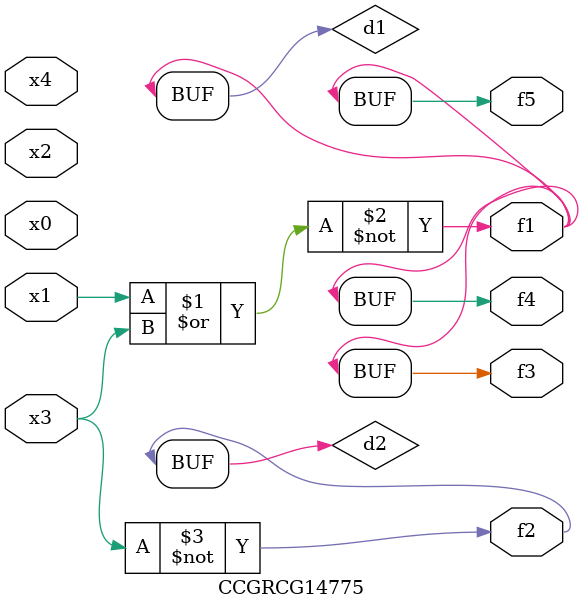
<source format=v>
module CCGRCG14775(
	input x0, x1, x2, x3, x4,
	output f1, f2, f3, f4, f5
);

	wire d1, d2;

	nor (d1, x1, x3);
	not (d2, x3);
	assign f1 = d1;
	assign f2 = d2;
	assign f3 = d1;
	assign f4 = d1;
	assign f5 = d1;
endmodule

</source>
